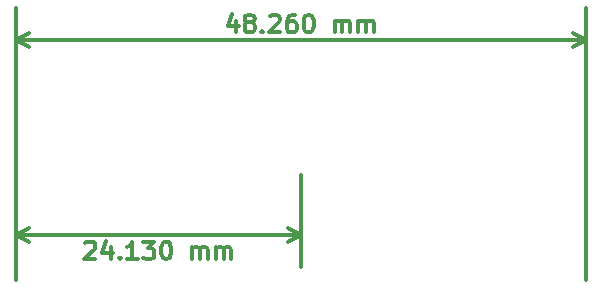
<source format=gbr>
G04 #@! TF.FileFunction,Other,ECO1*
%FSLAX46Y46*%
G04 Gerber Fmt 4.6, Leading zero omitted, Abs format (unit mm)*
G04 Created by KiCad (PCBNEW 4.0.4-stable) date 10/24/16 21:05:07*
%MOMM*%
%LPD*%
G01*
G04 APERTURE LIST*
%ADD10C,0.100000*%
%ADD11C,0.300000*%
G04 APERTURE END LIST*
D10*
D11*
X89670715Y-75601429D02*
X89742144Y-75530000D01*
X89885001Y-75458571D01*
X90242144Y-75458571D01*
X90385001Y-75530000D01*
X90456430Y-75601429D01*
X90527858Y-75744286D01*
X90527858Y-75887143D01*
X90456430Y-76101429D01*
X89599287Y-76958571D01*
X90527858Y-76958571D01*
X91813572Y-75958571D02*
X91813572Y-76958571D01*
X91456429Y-75387143D02*
X91099286Y-76458571D01*
X92027858Y-76458571D01*
X92599286Y-76815714D02*
X92670714Y-76887143D01*
X92599286Y-76958571D01*
X92527857Y-76887143D01*
X92599286Y-76815714D01*
X92599286Y-76958571D01*
X94099286Y-76958571D02*
X93242143Y-76958571D01*
X93670715Y-76958571D02*
X93670715Y-75458571D01*
X93527858Y-75672857D01*
X93385000Y-75815714D01*
X93242143Y-75887143D01*
X94599286Y-75458571D02*
X95527857Y-75458571D01*
X95027857Y-76030000D01*
X95242143Y-76030000D01*
X95385000Y-76101429D01*
X95456429Y-76172857D01*
X95527857Y-76315714D01*
X95527857Y-76672857D01*
X95456429Y-76815714D01*
X95385000Y-76887143D01*
X95242143Y-76958571D01*
X94813571Y-76958571D01*
X94670714Y-76887143D01*
X94599286Y-76815714D01*
X96456428Y-75458571D02*
X96599285Y-75458571D01*
X96742142Y-75530000D01*
X96813571Y-75601429D01*
X96885000Y-75744286D01*
X96956428Y-76030000D01*
X96956428Y-76387143D01*
X96885000Y-76672857D01*
X96813571Y-76815714D01*
X96742142Y-76887143D01*
X96599285Y-76958571D01*
X96456428Y-76958571D01*
X96313571Y-76887143D01*
X96242142Y-76815714D01*
X96170714Y-76672857D01*
X96099285Y-76387143D01*
X96099285Y-76030000D01*
X96170714Y-75744286D01*
X96242142Y-75601429D01*
X96313571Y-75530000D01*
X96456428Y-75458571D01*
X98742142Y-76958571D02*
X98742142Y-75958571D01*
X98742142Y-76101429D02*
X98813570Y-76030000D01*
X98956428Y-75958571D01*
X99170713Y-75958571D01*
X99313570Y-76030000D01*
X99384999Y-76172857D01*
X99384999Y-76958571D01*
X99384999Y-76172857D02*
X99456428Y-76030000D01*
X99599285Y-75958571D01*
X99813570Y-75958571D01*
X99956428Y-76030000D01*
X100027856Y-76172857D01*
X100027856Y-76958571D01*
X100742142Y-76958571D02*
X100742142Y-75958571D01*
X100742142Y-76101429D02*
X100813570Y-76030000D01*
X100956428Y-75958571D01*
X101170713Y-75958571D01*
X101313570Y-76030000D01*
X101384999Y-76172857D01*
X101384999Y-76958571D01*
X101384999Y-76172857D02*
X101456428Y-76030000D01*
X101599285Y-75958571D01*
X101813570Y-75958571D01*
X101956428Y-76030000D01*
X102027856Y-76172857D01*
X102027856Y-76958571D01*
X83820000Y-74930000D02*
X107950000Y-74930000D01*
X83820000Y-69850000D02*
X83820000Y-77630000D01*
X107950000Y-69850000D02*
X107950000Y-77630000D01*
X107950000Y-74930000D02*
X106823496Y-75516421D01*
X107950000Y-74930000D02*
X106823496Y-74343579D01*
X83820000Y-74930000D02*
X84946504Y-75516421D01*
X83820000Y-74930000D02*
X84946504Y-74343579D01*
X102450001Y-56748571D02*
X102450001Y-57748571D01*
X102092858Y-56177143D02*
X101735715Y-57248571D01*
X102664287Y-57248571D01*
X103450001Y-56891429D02*
X103307143Y-56820000D01*
X103235715Y-56748571D01*
X103164286Y-56605714D01*
X103164286Y-56534286D01*
X103235715Y-56391429D01*
X103307143Y-56320000D01*
X103450001Y-56248571D01*
X103735715Y-56248571D01*
X103878572Y-56320000D01*
X103950001Y-56391429D01*
X104021429Y-56534286D01*
X104021429Y-56605714D01*
X103950001Y-56748571D01*
X103878572Y-56820000D01*
X103735715Y-56891429D01*
X103450001Y-56891429D01*
X103307143Y-56962857D01*
X103235715Y-57034286D01*
X103164286Y-57177143D01*
X103164286Y-57462857D01*
X103235715Y-57605714D01*
X103307143Y-57677143D01*
X103450001Y-57748571D01*
X103735715Y-57748571D01*
X103878572Y-57677143D01*
X103950001Y-57605714D01*
X104021429Y-57462857D01*
X104021429Y-57177143D01*
X103950001Y-57034286D01*
X103878572Y-56962857D01*
X103735715Y-56891429D01*
X104664286Y-57605714D02*
X104735714Y-57677143D01*
X104664286Y-57748571D01*
X104592857Y-57677143D01*
X104664286Y-57605714D01*
X104664286Y-57748571D01*
X105307143Y-56391429D02*
X105378572Y-56320000D01*
X105521429Y-56248571D01*
X105878572Y-56248571D01*
X106021429Y-56320000D01*
X106092858Y-56391429D01*
X106164286Y-56534286D01*
X106164286Y-56677143D01*
X106092858Y-56891429D01*
X105235715Y-57748571D01*
X106164286Y-57748571D01*
X107450000Y-56248571D02*
X107164286Y-56248571D01*
X107021429Y-56320000D01*
X106950000Y-56391429D01*
X106807143Y-56605714D01*
X106735714Y-56891429D01*
X106735714Y-57462857D01*
X106807143Y-57605714D01*
X106878571Y-57677143D01*
X107021429Y-57748571D01*
X107307143Y-57748571D01*
X107450000Y-57677143D01*
X107521429Y-57605714D01*
X107592857Y-57462857D01*
X107592857Y-57105714D01*
X107521429Y-56962857D01*
X107450000Y-56891429D01*
X107307143Y-56820000D01*
X107021429Y-56820000D01*
X106878571Y-56891429D01*
X106807143Y-56962857D01*
X106735714Y-57105714D01*
X108521428Y-56248571D02*
X108664285Y-56248571D01*
X108807142Y-56320000D01*
X108878571Y-56391429D01*
X108950000Y-56534286D01*
X109021428Y-56820000D01*
X109021428Y-57177143D01*
X108950000Y-57462857D01*
X108878571Y-57605714D01*
X108807142Y-57677143D01*
X108664285Y-57748571D01*
X108521428Y-57748571D01*
X108378571Y-57677143D01*
X108307142Y-57605714D01*
X108235714Y-57462857D01*
X108164285Y-57177143D01*
X108164285Y-56820000D01*
X108235714Y-56534286D01*
X108307142Y-56391429D01*
X108378571Y-56320000D01*
X108521428Y-56248571D01*
X110807142Y-57748571D02*
X110807142Y-56748571D01*
X110807142Y-56891429D02*
X110878570Y-56820000D01*
X111021428Y-56748571D01*
X111235713Y-56748571D01*
X111378570Y-56820000D01*
X111449999Y-56962857D01*
X111449999Y-57748571D01*
X111449999Y-56962857D02*
X111521428Y-56820000D01*
X111664285Y-56748571D01*
X111878570Y-56748571D01*
X112021428Y-56820000D01*
X112092856Y-56962857D01*
X112092856Y-57748571D01*
X112807142Y-57748571D02*
X112807142Y-56748571D01*
X112807142Y-56891429D02*
X112878570Y-56820000D01*
X113021428Y-56748571D01*
X113235713Y-56748571D01*
X113378570Y-56820000D01*
X113449999Y-56962857D01*
X113449999Y-57748571D01*
X113449999Y-56962857D02*
X113521428Y-56820000D01*
X113664285Y-56748571D01*
X113878570Y-56748571D01*
X114021428Y-56820000D01*
X114092856Y-56962857D01*
X114092856Y-57748571D01*
X83820000Y-58420000D02*
X132080000Y-58420000D01*
X83820000Y-78740000D02*
X83820000Y-55720000D01*
X132080000Y-78740000D02*
X132080000Y-55720000D01*
X132080000Y-58420000D02*
X130953496Y-59006421D01*
X132080000Y-58420000D02*
X130953496Y-57833579D01*
X83820000Y-58420000D02*
X84946504Y-59006421D01*
X83820000Y-58420000D02*
X84946504Y-57833579D01*
M02*

</source>
